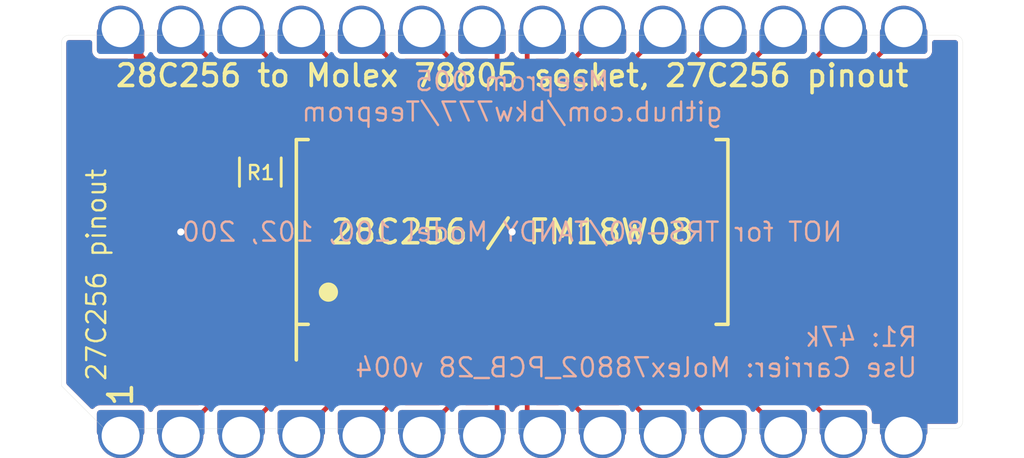
<source format=kicad_pcb>
(kicad_pcb (version 20221018) (generator pcbnew)
  (title_block (title "Meeprom") (date "2022-12-22") (rev "005") (company "Brian K. White b.kenyon.w@gmail.com") (comment 1 "CC-BY-SA") (comment 2 "github.com/bkw777/Teeprom") (comment 3 "28C256 to Molex 78805 socket with 27C256 pinout"))
  (layers (0 "F.Cu" signal "Top") (31 "B.Cu" signal "Bottom") (34 "B.Paste" user) (35 "F.Paste" user) (36 "B.SilkS" user "B.Silkscreen") (37 "F.SilkS" user "F.Silkscreen") (38 "B.Mask" user) (39 "F.Mask" user) (44 "Edge.Cuts" user))
  (net 0 "")
  (net 1 "/D3")
  (net 2 "/A10")
  (net 3 "/D4")
  (net 4 "/A7")
  (net 5 "/D5")
  (net 6 "/A6")
  (net 7 "/D6")
  (net 8 "/A5")
  (net 9 "/D7")
  (net 10 "/A4")
  (net 11 "/A11")
  (net 12 "/A3")
  (net 13 "/~{OE}")
  (net 14 "/A2")
  (net 15 "/A13")
  (net 16 "/A1")
  (net 17 "/A0")
  (net 18 "/A12")
  (net 19 "/D0")
  (net 20 "/A9")
  (net 21 "/D1")
  (net 22 "/A8")
  (net 23 "/D2")
  (net 24 "/~{CE}")
  (net 25 "/A14")
  (net 26 "/~{WE}")
  (net 27 "VCC")
  (net 28 "GND")
  (footprint "000_LOCAL:SOIC-28W" (layer "F.Cu") (at 147.2184 99.187 90)
    (fp_text reference "U1" hide)
    (fp_text value "28C256 / FM18W08" (at 0 0) (layer "F.SilkS"))
    (fp_line (start -5.4 -9.1) (end 3.9 -9.1) (stroke (width 0.15)) (layer "F.SilkS"))
    (fp_line (start -3.9 -9.1) (end -3.9 -8.6) (stroke (width 0.15)) (layer "F.SilkS"))
    (fp_line (start -3.9 9.1) (end -3.9 8.6) (stroke (width 0.15)) (layer "F.SilkS"))
    (fp_line (start -3.9 9.1) (end 3.9 9.1) (stroke (width 0.15)) (layer "F.SilkS"))
    (fp_line (start 3.9 -9.1) (end 3.9 -8.6) (stroke (width 0.15)) (layer "F.SilkS"))
    (fp_line (start 3.9 9.1) (end 3.9 8.6) (stroke (width 0.15)) (layer "F.SilkS"))
    (fp_circle (center -2.54 -7.747) (end -2.3368 -7.747) (stroke (width 0.4064)) (fill none) (layer "F.SilkS"))
    (pad "1" smd roundrect (at -4.7 -8.255 90) (size 1.5 0.6) (layers "F.Cu" "F.Paste" "F.Mask") (net 25 "/A14"))
    (pad "2" smd roundrect (at -4.7 -6.985 90) (size 1.5 0.6) (layers "F.Cu" "F.Paste" "F.Mask") (net 18 "/A12"))
    (pad "3" smd roundrect (at -4.7 -5.715 90) (size 1.5 0.6) (layers "F.Cu" "F.Paste" "F.Mask") (net 4 "/A7"))
    (pad "4" smd roundrect (at -4.7 -4.445 90) (size 1.5 0.6) (layers "F.Cu" "F.Paste" "F.Mask") (net 6 "/A6"))
    (pad "5" smd roundrect (at -4.7 -3.175 90) (size 1.5 0.6) (layers "F.Cu" "F.Paste" "F.Mask") (net 8 "/A5"))
    (pad "6" smd roundrect (at -4.7 -1.905 90) (size 1.5 0.6) (layers "F.Cu" "F.Paste" "F.Mask") (net 10 "/A4"))
    (pad "7" smd roundrect (at -4.7 -0.635 90) (size 1.5 0.6) (layers "F.Cu" "F.Paste" "F.Mask") (net 12 "/A3"))
    (pad "8" smd roundrect (at -4.7 0.635 90) (size 1.5 0.6) (layers "F.Cu" "F.Paste" "F.Mask") (net 14 "/A2"))
    (pad "9" smd roundrect (at -4.7 1.905 90) (size 1.5 0.6) (layers "F.Cu" "F.Paste" "F.Mask") (net 16 "/A1"))
    (pad "10" smd roundrect (at -4.7 3.175 90) (size 1.5 0.6) (layers "F.Cu" "F.Paste" "F.Mask") (net 17 "/A0"))
    (pad "11" smd roundrect (at -4.7 4.445 90) (size 1.5 0.6) (layers "F.Cu" "F.Paste" "F.Mask") (net 19 "/D0"))
    (pad "12" smd roundrect (at -4.7 5.715 90) (size 1.5 0.6) (layers "F.Cu" "F.Paste" "F.Mask") (net 21 "/D1"))
    (pad "13" smd roundrect (at -4.7 6.985 90) (size 1.5 0.6) (layers "F.Cu" "F.Paste" "F.Mask") (net 23 "/D2"))
    (pad "14" smd roundrect (at -4.7 8.255 90) (size 1.5 0.6) (layers "F.Cu" "F.Paste" "F.Mask") (net 28 "GND"))
    (pad "15" smd roundrect (at 4.7 8.255 90) (size 1.5 0.6) (layers "F.Cu" "F.Paste" "F.Mask") (net 1 "/D3"))
    (pad "16" smd roundrect (at 4.7 6.985 90) (size 1.5 0.6) (layers "F.Cu" "F.Paste" "F.Mask") (net 3 "/D4"))
    (pad "17" smd roundrect (at 4.7 5.715 90) (size 1.5 0.6) (layers "F.Cu" "F.Paste" "F.Mask") (net 5 "/D5"))
    (pad "18" smd roundrect (at 4.7 4.445 90) (size 1.5 0.6) (layers "F.Cu" "F.Paste" "F.Mask") (net 7 "/D6"))
    (pad "19" smd roundrect (at 4.7 3.175 90) (size 1.5 0.6) (layers "F.Cu" "F.Paste" "F.Mask") (net 9 "/D7"))
    (pad "20" smd roundrect (at 4.7 1.905 90) (size 1.5 0.6) (layers "F.Cu" "F.Paste" "F.Mask") (net 24 "/~{CE}"))
    (pad "21" smd roundrect (at 4.7 0.635 90) (size 1.5 0.6) (layers "F.Cu" "F.Paste" "F.Mask") (net 2 "/A10"))
    (pad "22" smd roundrect (at 4.7 -0.635 90) (size 1.5 0.6) (layers "F.Cu" "F.Paste" "F.Mask") (net 13 "/~{OE}"))
    (pad "23" smd roundrect (at 4.7 -1.905 90) (size 1.5 0.6) (layers "F.Cu" "F.Paste" "F.Mask") (net 11 "/A11"))
    (pad "24" smd roundrect (at 4.7 -3.175 90) (size 1.5 0.6) (layers "F.Cu" "F.Paste" "F.Mask") (net 20 "/A9"))
    (pad "25" smd roundrect (at 4.7 -4.445 90) (size 1.5 0.6) (layers "F.Cu" "F.Paste" "F.Mask") (net 22 "/A8"))
    (pad "26" smd roundrect (at 4.7 -5.715 90) (size 1.5 0.6) (layers "F.Cu" "F.Paste" "F.Mask") (net 15 "/A13"))
    (pad "27" smd roundrect (at 4.7 -6.985 90) (size 1.5 0.6) (layers "F.Cu" "F.Paste" "F.Mask") (net 26 "/~{WE}"))
    (pad "28" smd roundrect (at 4.7 -8.255 90) (size 1.5 0.6) (layers "F.Cu" "F.Paste" "F.Mask") (net 27 "VCC"))
  )
  (footprint "000_LOCAL:R_0805" (layer "F.Cu") (at 136.6012 96.6597 90)
    (fp_text reference "R1" (at -0.0273 0.0127 unlocked) (layer "F.SilkS") (effects (font (size 0.6 0.6) (thickness 0.1))))
    (fp_text value "47k")
    (fp_line (start -0.6 -0.88) (end 0.6 -0.88) (stroke (width 0.12)) (layer "F.SilkS"))
    (fp_line (start 0.6 0.88) (end -0.6 0.88) (stroke (width 0.12)) (layer "F.SilkS"))
    (pad "1" smd roundrect (at -0.95 0 90) (size 0.7 1.3) (layers "F.Cu" "F.Paste" "F.Mask") (roundrect_rratio 0.1) (net 26 "/~{WE}"))
    (pad "2" smd roundrect (at 0.95 0 90) (size 0.7 1.3) (layers "F.Cu" "F.Paste" "F.Mask") (roundrect_rratio 0.1) (net 27 "VCC"))
  )
  (footprint "000_LOCAL:Molex78802_PCB_28" (layer "F.Cu") (at 147.2184 99.187 90)
    (fp_text reference "J1" hide)
    (fp_text value "Molex 78805 socket with 27C256 pinout" hide)
    (fp_line (start -8.3 18.7) (end -8.3 -17.2) (stroke (width 0.01)) (layer "Edge.Cuts"))
    (fp_line (start -8 19) (end 8 19) (stroke (width 0.01)) (layer "Edge.Cuts"))
    (fp_line (start -6.5 -19) (end -8.3 -17.2) (stroke (width 0.01)) (layer "Edge.Cuts"))
    (fp_line (start 8 -19) (end -6.5 -19) (stroke (width 0.01)) (layer "Edge.Cuts"))
    (fp_line (start 8.3 18.7) (end 8.3 -18.7) (stroke (width 0.01)) (layer "Edge.Cuts"))
    (fp_arc (start -8 19) (mid -8.212132 18.912132) (end -8.3 18.7) (stroke (width 0.01)) (layer "Edge.Cuts"))
    (fp_arc (start 8 -19) (mid 8.212132 -18.912132) (end 8.3 -18.7) (stroke (width 0.01)) (layer "Edge.Cuts"))
    (fp_arc (start 8.3 18.7) (mid 8.212132 18.912132) (end 8 19) (stroke (width 0.01)) (layer "Edge.Cuts"))
    (pad "1" thru_hole circle (at -8.6002 -16.51 90) (size 1.9 1.9) (drill 1.6) (property pad_prop_castellated) (layers "*.Cu" "*.Mask"))
    (pad "1" smd roundrect (at -8.0645 -16.51 90) (size 1.1 2) (layers "F.Cu") (roundrect_rratio 0.1363636364))
    (pad "1" smd roundrect (at -8.0645 -16.51 90) (size 1.1 2) (layers "B.Cu") (roundrect_rratio 0.1363636364))
    (pad "2" thru_hole circle (at -8.6002 -13.97 90) (size 1.9 1.9) (drill 1.6) (property pad_prop_castellated) (layers "*.Cu" "*.Mask") (net 18 "/A12"))
    (pad "2" smd roundrect (at -8.0645 -13.97 90) (size 1.1 2) (layers "F.Cu") (roundrect_rratio 0.1363636364) (net 18 "/A12"))
    (pad "2" smd roundrect (at -8.0645 -13.97 90) (size 1.1 2) (layers "B.Cu") (roundrect_rratio 0.1363636364) (net 18 "/A12"))
    (pad "3" thru_hole circle (at -8.6002 -11.43 90) (size 1.9 1.9) (drill 1.6) (property pad_prop_castellated) (layers "*.Cu" "*.Mask") (net 4 "/A7"))
    (pad "3" smd roundrect (at -8.0645 -11.43 90) (size 1.1 2) (layers "F.Cu") (roundrect_rratio 0.1363636364) (net 4 "/A7"))
    (pad "3" smd roundrect (at -8.0645 -11.43 90) (size 1.1 2) (layers "B.Cu") (roundrect_rratio 0.1363636364) (net 4 "/A7"))
    (pad "4" thru_hole circle (at -8.6002 -8.89 90) (size 1.9 1.9) (drill 1.6) (property pad_prop_castellated) (layers "*.Cu" "*.Mask") (net 6 "/A6"))
    (pad "4" smd roundrect (at -8.0645 -8.89 90) (size 1.1 2) (layers "F.Cu") (roundrect_rratio 0.1363636364) (net 6 "/A6"))
    (pad "4" smd roundrect (at -8.0645 -8.89 90) (size 1.1 2) (layers "B.Cu") (roundrect_rratio 0.1363636364) (net 6 "/A6"))
    (pad "5" thru_hole circle (at -8.6002 -6.35 90) (size 1.9 1.9) (drill 1.6) (property pad_prop_castellated) (layers "*.Cu" "*.Mask") (net 8 "/A5"))
    (pad "5" smd roundrect (at -8.0645 -6.35 90) (size 1.1 2) (layers "F.Cu") (roundrect_rratio 0.1363636364) (net 8 "/A5"))
    (pad "5" smd roundrect (at -8.0645 -6.35 90) (size 1.1 2) (layers "B.Cu") (roundrect_rratio 0.1363636364) (net 8 "/A5"))
    (pad "6" thru_hole circle (at -8.6002 -3.81 90) (size 1.9 1.9) (drill 1.6) (property pad_prop_castellated) (layers "*.Cu" "*.Mask") (net 10 "/A4"))
    (pad "6" smd roundrect (at -8.0645 -3.81 90) (size 1.1 2) (layers "F.Cu") (roundrect_rratio 0.1363636364) (net 10 "/A4"))
    (pad "6" smd roundrect (at -8.0645 -3.81 90) (size 1.1 2) (layers "B.Cu") (roundrect_rratio 0.1363636364) (net 10 "/A4"))
    (pad "7" thru_hole circle (at -8.6002 -1.27 90) (size 1.9 1.9) (drill 1.6) (property pad_prop_castellated) (layers "*.Cu" "*.Mask") (net 12 "/A3"))
    (pad "7" smd roundrect (at -8.0645 -1.27 90) (size 1.1 2) (layers "F.Cu") (roundrect_rratio 0.1363636364) (net 12 "/A3"))
    (pad "7" smd roundrect (at -8.0645 -1.27 90) (size 1.1 2) (layers "B.Cu") (roundrect_rratio 0.1363636364) (net 12 "/A3"))
    (pad "8" thru_hole circle (at -8.6002 1.27 90) (size 1.9 1.9) (drill 1.6) (property pad_prop_castellated) (layers "*.Cu" "*.Mask") (net 14 "/A2"))
    (pad "8" smd roundrect (at -8.0645 1.27 90) (size 1.1 2) (layers "F.Cu") (roundrect_rratio 0.1363636364) (net 14 "/A2"))
    (pad "8" smd roundrect (at -8.0645 1.27 90) (size 1.1 2) (layers "B.Cu") (roundrect_rratio 0.1363636364) (net 14 "/A2"))
    (pad "9" thru_hole circle (at -8.6002 3.81 90) (size 1.9 1.9) (drill 1.6) (property pad_prop_castellated) (layers "*.Cu" "*.Mask") (net 16 "/A1"))
    (pad "9" smd roundrect (at -8.0645 3.81 90) (size 1.1 2) (layers "F.Cu") (roundrect_rratio 0.1363636364) (net 16 "/A1"))
    (pad "9" smd roundrect (at -8.0645 3.81 90) (size 1.1 2) (layers "B.Cu") (roundrect_rratio 0.1363636364) (net 16 "/A1"))
    (pad "10" thru_hole circle (at -8.6002 6.35 90) (size 1.9 1.9) (drill 1.6) (property pad_prop_castellated) (layers "*.Cu" "*.Mask") (net 17 "/A0"))
    (pad "10" smd roundrect (at -8.0645 6.35 90) (size 1.1 2) (layers "F.Cu") (roundrect_rratio 0.1363636364) (net 17 "/A0"))
    (pad "10" smd roundrect (at -8.0645 6.35 90) (size 1.1 2) (layers "B.Cu") (roundrect_rratio 0.1363636364) (net 17 "/A0"))
    (pad "11" thru_hole circle (at -8.6002 8.89 90) (size 1.9 1.9) (drill 1.6) (property pad_prop_castellated) (layers "*.Cu" "*.Mask") (net 19 "/D0"))
    (pad "11" smd roundrect (at -8.0645 8.89 90) (size 1.1 2) (layers "F.Cu") (roundrect_rratio 0.1363636364) (net 19 "/D0"))
    (pad "11" smd roundrect (at -8.0645 8.89 90) (size 1.1 2) (layers "B.Cu") (roundrect_rratio 0.1363636364) (net 19 "/D0"))
    (pad "12" thru_hole circle (at -8.6002 11.43 90) (size 1.9 1.9) (drill 1.6) (property pad_prop_castellated) (layers "*.Cu" "*.Mask") (net 21 "/D1"))
    (pad "12" smd roundrect (at -8.0645 11.43 90) (size 1.1 2) (layers "F.Cu") (roundrect_rratio 0.1363636364) (net 21 "/D1"))
    (pad "12" smd roundrect (at -8.0645 11.43 90) (size 1.1 2) (layers "B.Cu") (roundrect_rratio 0.1363636364) (net 21 "/D1"))
    (pad "13" thru_hole circle (at -8.6002 13.97 90) (size 1.9 1.9) (drill 1.6) (property pad_prop_castellated) (layers "*.Cu" "*.Mask") (net 23 "/D2"))
    (pad "13" smd roundrect (at -8.0645 13.97 90) (size 1.1 2) (layers "F.Cu") (roundrect_rratio 0.1363636364) (net 23 "/D2"))
    (pad "13" smd roundrect (at -8.0645 13.97 90) (size 1.1 2) (layers "B.Cu") (roundrect_rratio 0.1363636364) (net 23 "/D2"))
    (pad "14" thru_hole circle (at -8.6002 16.51 90) (size 1.9 1.9) (drill 1.6) (property pad_prop_castellated) (layers "*.Cu" "*.Mask") (net 28 "GND"))
    (pad "14" smd roundrect (at -8.0645 16.51 90) (size 1.1 2) (layers "F.Cu") (roundrect_rratio 0.1363636364) (net 28 "GND"))
    (pad "14" smd roundrect (at -8.0645 16.51 90) (size 1.1 2) (layers "B.Cu") (roundrect_rratio 0.1363636364) (net 28 "GND"))
    (pad "15" smd roundrect (at 8.0645 16.51 90) (size 1.1 2) (layers "F.Cu") (roundrect_rratio 0.1363636364) (net 1 "/D3"))
    (pad "15" smd roundrect (at 8.0645 16.51 90) (size 1.1 2) (layers "B.Cu") (roundrect_rratio 0.1363636364) (net 1 "/D3"))
    (pad "15" thru_hole circle (at 8.6002 16.51 90) (size 1.9 1.9) (drill 1.6) (property pad_prop_castellated) (layers "*.Cu" "*.Mask") (net 1 "/D3"))
    (pad "16" smd roundrect (at 8.0645 13.97 90) (size 1.1 2) (layers "F.Cu") (roundrect_rratio 0.1363636364) (net 3 "/D4"))
    (pad "16" smd roundrect (at 8.0645 13.97 90) (size 1.1 2) (layers "B.Cu") (roundrect_rratio 0.1363636364) (net 3 "/D4"))
    (pad "16" thru_hole circle (at 8.6002 13.97 90) (size 1.9 1.9) (drill 1.6) (property pad_prop_castellated) (layers "*.Cu" "*.Mask") (net 3 "/D4"))
    (pad "17" smd roundrect (at 8.0645 11.43 90) (size 1.1 2) (layers "F.Cu") (roundrect_rratio 0.1363636364) (net 5 "/D5"))
    (pad "17" smd roundrect (at 8.0645 11.43 90) (size 1.1 2) (layers "B.Cu") (roundrect_rratio 0.1363636364) (net 5 "/D5"))
    (pad "17" thru_hole circle (at 8.6002 11.43 90) (size 1.9 1.9) (drill 1.6) (property pad_prop_castellated) (layers "*.Cu" "*.Mask") (net 5 "/D5"))
    (pad "18" smd roundrect (at 8.0645 8.89 90) (size 1.1 2) (layers "F.Cu") (roundrect_rratio 0.1363636364) (net 7 "/D6"))
    (pad "18" smd roundrect (at 8.0645 8.89 90) (size 1.1 2) (layers "B.Cu") (roundrect_rratio 0.1363636364) (net 7 "/D6"))
    (pad "18" thru_hole circle (at 8.6002 8.89 90) (size 1.9 1.9) (drill 1.6) (property pad_prop_castellated) (layers "*.Cu" "*.Mask") (net 7 "/D6"))
    (pad "19" smd roundrect (at 8.0645 6.35 90) (size 1.1 2) (layers "F.Cu") (roundrect_rratio 0.1363636364) (net 9 "/D7"))
    (pad "19" smd roundrect (at 8.0645 6.35 90) (size 1.1 2) (layers "B.Cu") (roundrect_rratio 0.1363636364) (net 9 "/D7"))
    (pad "19" thru_hole circle (at 8.6002 6.35 90) (size 1.9 1.9) (drill 1.6) (property pad_prop_castellated) (layers "*.Cu" "*.Mask") (net 9 "/D7"))
    (pad "20" smd roundrect (at 8.0645 3.81 90) (size 1.1 2) (layers "F.Cu") (roundrect_rratio 0.1363636364) (net 24 "/~{CE}"))
    (pad "20" smd roundrect (at 8.0645 3.81 90) (size 1.1 2) (layers "B.Cu") (roundrect_rratio 0.1363636364) (net 24 "/~{CE}"))
    (pad "20" thru_hole circle (at 8.6002 3.81 90) (size 1.9 1.9) (drill 1.6) (property pad_prop_castellated) (layers "*.Cu" "*.Mask") (net 24 "/~{CE}"))
    (pad "21" smd roundrect (at 8.0645 1.27 90) (size 1.1 2) (layers "F.Cu") (roundrect_rratio 0.1363636364) (net 2 "/A10"))
    (pad "21" smd roundrect (at 8.0645 1.27 90) (size 1.1 2) (layers "B.Cu") (roundrect_rratio 0.1363636364) (net 2 "/A10"))
    (pad "21" thru_hole circle (at 8.6002 1.27 90) (size 1.9 1.9) (drill 1.6) (property pad_prop_castellated) (layers "*.Cu" "*.Mask") (net 2 "/A10"))
    (pad "22" smd roundrect (at 8.0645 -1.27 90) (size 1.1 2) (layers "F.Cu") (roundrect_rratio 0.1363636364) (net 13 "/~{OE}"))
    (pad "22" smd roundrect (at 8.0645 -1.27 90) (size 1.1 2) (layers "B.Cu") (roundrect_rratio 0.1363636364) (net 13 "/~{OE}"))
    (pad "22" thru_hole circle (at 8.6002 -1.27 90) (size 1.9 1.9) (drill 1.6) (property pad_prop_castellated) (layers "*.Cu" "*.Mask") (net 13 "/~{OE}"))
    (pad "23" smd roundrect (at 8.0645 -3.81 90) (size 1.1 2) (layers "F.Cu") (roundrect_rratio 0.1363636364) (net 11 "/A11"))
    (pad "23" smd roundrect (at 8.0645 -3.81 90) (size 1.1 2) (layers "B.Cu") (roundrect_rratio 0.1363636364) (net 11 "/A11"))
    (pad "23" thru_hole circle (at 8.6002 -3.81 90) (size 1.9 1.9) (drill 1.6) (property pad_prop_castellated) (layers "*.Cu" "*.Mask") (net 11 "/A11"))
    (pad "24" smd roundrect (at 8.0645 -6.35 90) (size 1.1 2) (layers "F.Cu") (roundrect_rratio 0.1363636364) (net 20 "/A9"))
    (pad "24" smd roundrect (at 8.0645 -6.35 90) (size 1.1 2) (layers "B.Cu") (roundrect_rratio 0.1363636364) (net 20 "/A9"))
    (pad "24" thru_hole circle (at 8.6002 -6.35 90) (size 1.9 1.9) (drill 1.6) (property pad_prop_castellated) (layers "*.Cu" "*.Mask") (net 20 "/A9"))
    (pad "25" smd roundrect (at 8.0645 -8.89 90) (size 1.1 2) (layers "F.Cu") (roundrect_rratio 0.1363636364) (net 22 "/A8"))
    (pad "25" smd roundrect (at 8.0645 -8.89 90) (size 1.1 2) (layers "B.Cu") (roundrect_rratio 0.1363636364) (net 22 "/A8"))
    (pad "25" thru_hole circle (at 8.6002 -8.89 90) (size 1.9 1.9) (drill 1.6) (property pad_prop_castellated) (layers "*.Cu" "*.Mask") (net 22 "/A8"))
    (pad "26" smd roundrect (at 8.0645 -11.43 90) (size 1.1 2) (layers "F.Cu") (roundrect_rratio 0.1363636364) (net 15 "/A13"))
    (pad "26" smd roundrect (at 8.0645 -11.43 90) (size 1.1 2) (layers "B.Cu") (roundrect_rratio 0.1363636364) (net 15 "/A13"))
    (pad "26" thru_hole circle (at 8.6002 -11.43 90) (size 1.9 1.9) (drill 1.6) (property pad_prop_castellated) (layers "*.Cu" "*.Mask") (net 15 "/A13"))
    (pad "27" smd roundrect (at 8.0645 -13.97 90) (size 1.1 2) (layers "F.Cu") (roundrect_rratio 0.1363636364) (net 25 "/A14"))
    (pad "27" smd roundrect (at 8.0645 -13.97 90) (size 1.1 2) (layers "B.Cu") (roundrect_rratio 0.1363636364) (net 25 "/A14"))
    (pad "27" thru_hole circle (at 8.6002 -13.97 90) (size 1.9 1.9) (drill 1.6) (property pad_prop_castellated) (layers "*.Cu" "*.Mask") (net 25 "/A14"))
    (pad "28" smd roundrect (at 8.0645 -16.51 90) (size 1.1 2) (layers "F.Cu") (roundrect_rratio 0.1363636364) (net 27 "VCC"))
    (pad "28" smd roundrect (at 8.0645 -16.51 90) (size 1.1 2) (layers "B.Cu") (roundrect_rratio 0.1363636364) (net 27 "VCC"))
    (pad "28" thru_hole circle (at 8.6002 -16.51 90) (size 1.9 1.9) (drill 1.6) (property pad_prop_castellated) (layers "*.Cu" "*.Mask") (net 27 "VCC"))
  )
  (gr_text "R1: ${00000000-0000-0000-0000-00005d22c129:VALUE}\nUse Carrier: Molex78802_PCB_28 v004" (at 164.3634 104.267) (layer "B.SilkS") (effects (font (size 0.8 0.8) (thickness 0.1)) (justify left mirror)))
  (gr_text "NOT for TRS-80/TANDY Model 100, 102, 200" (at 147.2184 99.187) (layer "B.SilkS") (effects (font (size 0.8 0.8) (thickness 0.1)) (justify mirror)))
  (gr_text "${TITLE} ${REVISION}\n${COMMENT2}" (at 147.2184 93.472) (layer "B.SilkS") (effects (font (size 0.8 0.8) (thickness 0.1)) (justify mirror)))
  (gr_text "1" (at 130.7084 106.045 90) (layer "F.SilkS") (effects (font (size 1 1))))
  (gr_text "28C256 to Molex 78805 socket, 27C256 pinout" (at 147.2184 92.587) (layer "F.SilkS") (effects (font (size 0.9144 0.9144) (thickness 0.1524))))
  (gr_text "27C256 pinout" (at 129.6924 105.537 90) (layer "F.SilkS") (effects (font (size 0.8 0.8) (thickness 0.1)) (justify left)))
  (segment (start 163.7284 90.5868) (end 163.7284 90.805) (width 0.2032) (layer "F.Cu") (net 1))
  (segment (start 163.6004 90.805) (end 159.9184 94.487) (width 0.2) (layer "F.Cu") (net 1))
  (segment (start 163.7284 90.805) (end 163.6004 90.805) (width 0.2) (layer "F.Cu") (net 1))
  (segment (start 159.9184 94.487) (end 155.4734 94.487) (width 0.2) (layer "F.Cu") (net 1))
  (segment (start 147.8534 91.222) (end 148.4884 90.587) (width 0.2032) (layer "F.Cu") (net 2))
  (segment (start 147.8534 94.487) (end 147.8534 91.222) (width 0.2) (layer "F.Cu") (net 2))
  (segment (start 148.4884 90.587) (end 148.4884 90.5868) (width 0.2032) (layer "F.Cu") (net 2))
  (segment (start 154.2034 94.0435) (end 155.0099 93.237) (width 0.2) (layer "F.Cu") (net 3))
  (segment (start 154.2034 94.487) (end 154.2034 94.0435) (width 0.2) (layer "F.Cu") (net 3))
  (segment (start 158.6184 93.237) (end 161.1884 90.667) (width 0.2) (layer "F.Cu") (net 3))
  (segment (start 155.0099 93.237) (end 158.6184 93.237) (width 0.2) (layer "F.Cu") (net 3))
  (segment (start 161.1884 90.667) (end 161.1884 90.5868) (width 0.2) (layer "F.Cu") (net 3))
  (segment (start 140.1469 105.687) (end 141.5034 104.3305) (width 0.2) (layer "F.Cu") (net 4))
  (segment (start 135.7884 107.717) (end 137.8184 105.687) (width 0.2) (layer "F.Cu") (net 4))
  (segment (start 135.7884 107.7872) (end 135.7884 107.717) (width 0.2) (layer "F.Cu") (net 4))
  (segment (start 137.8184 105.687) (end 140.1469 105.687) (width 0.2) (layer "F.Cu") (net 4))
  (segment (start 141.5034 104.3305) (end 141.5034 103.887) (width 0.2) (layer "F.Cu") (net 4))
  (segment (start 158.6484 90.5868) (end 158.6484 90.657) (width 0.2032) (layer "F.Cu") (net 5))
  (segment (start 154.2899 92.687) (end 152.9334 94.0435) (width 0.2032) (layer "F.Cu") (net 5))
  (segment (start 152.9334 94.0435) (end 152.9334 94.487) (width 0.2032) (layer "F.Cu") (net 5))
  (segment (start 156.6184 92.687) (end 154.2899 92.687) (width 0.2032) (layer "F.Cu") (net 5))
  (segment (start 158.6484 90.657) (end 156.6184 92.687) (width 0.2032) (layer "F.Cu") (net 5))
  (segment (start 142.7734 104.3305) (end 140.8669 106.237) (width 0.2) (layer "F.Cu") (net 6))
  (segment (start 140.8669 106.237) (end 139.7684 106.237) (width 0.2) (layer "F.Cu") (net 6))
  (segment (start 139.7684 106.237) (end 138.3284 107.677) (width 0.2) (layer "F.Cu") (net 6))
  (segment (start 142.7734 103.887) (end 142.7734 104.3305) (width 0.2) (layer "F.Cu") (net 6))
  (segment (start 138.3284 107.677) (end 138.3284 107.7872) (width 0.2) (layer "F.Cu") (net 6))
  (segment (start 153.5699 92.137) (end 154.6474 92.137) (width 0.2) (layer "F.Cu") (net 7))
  (segment (start 154.6474 92.137) (end 156.1084 90.676) (width 0.2) (layer "F.Cu") (net 7))
  (segment (start 151.6634 94.0435) (end 153.5699 92.137) (width 0.2) (layer "F.Cu") (net 7))
  (segment (start 151.6634 94.487) (end 151.6634 94.0435) (width 0.2) (layer "F.Cu") (net 7))
  (segment (start 156.1084 90.676) (end 156.1084 90.5868) (width 0.2) (layer "F.Cu") (net 7))
  (segment (start 140.8684 107.687) (end 143.8684 104.687) (width 0.2) (layer "F.Cu") (net 8))
  (segment (start 140.8684 107.7872) (end 140.8684 107.687) (width 0.2) (layer "F.Cu") (net 8))
  (segment (start 143.8684 104.687) (end 143.8684 104.062) (width 0.2) (layer "F.Cu") (net 8))
  (segment (start 143.8684 104.062) (end 144.0434 103.887) (width 0.2) (layer "F.Cu") (net 8))
  (segment (start 150.5684 93.687) (end 150.5684 94.312) (width 0.2) (layer "F.Cu") (net 9))
  (segment (start 153.5684 90.805) (end 153.4504 90.805) (width 0.2) (layer "F.Cu") (net 9))
  (segment (start 153.4504 90.805) (end 150.5684 93.687) (width 0.2) (layer "F.Cu") (net 9))
  (segment (start 150.5684 94.312) (end 150.3934 94.487) (width 0.2) (layer "F.Cu") (net 9))
  (segment (start 153.5684 90.5868) (end 153.5684 90.805) (width 0.2032) (layer "F.Cu") (net 9))
  (segment (start 143.4084 107.697) (end 145.3134 105.792) (width 0.2) (layer "F.Cu") (net 10))
  (segment (start 145.3134 105.792) (end 145.3134 103.887) (width 0.2) (layer "F.Cu") (net 10))
  (segment (start 143.4084 107.7872) (end 143.4084 107.697) (width 0.2) (layer "F.Cu") (net 10))
  (segment (start 145.3134 94.487) (end 145.3134 92.582) (width 0.2) (layer "F.Cu") (net 11))
  (segment (start 145.3134 92.582) (end 143.511 90.7796) (width 0.2) (layer "F.Cu") (net 11))
  (segment (start 143.511 90.7796) (end 143.4084 90.7796) (width 0.2) (layer "F.Cu") (net 11))
  (segment (start 143.4084 90.7796) (end 143.4084 90.5868) (width 0.2032) (layer "F.Cu") (net 11))
  (segment (start 145.9484 107.7872) (end 145.9484 107.2515) (width 0.2032) (layer "F.Cu") (net 12))
  (segment (start 146.5834 107.1522) (end 146.5834 103.887) (width 0.2) (layer "F.Cu") (net 12))
  (segment (start 145.9484 107.7872) (end 146.5834 107.1522) (width 0.2) (layer "F.Cu") (net 12))
  (segment (start 145.9484 90.587) (end 145.9484 90.5868) (width 0.2032) (layer "F.Cu") (net 13))
  (segment (start 146.5834 94.487) (end 146.5834 91.222) (width 0.2) (layer "F.Cu") (net 13))
  (segment (start 146.5834 91.222) (end 145.9484 90.587) (width 0.2032) (layer "F.Cu") (net 13))
  (segment (start 147.8534 107.1522) (end 147.8534 103.887) (width 0.2) (layer "F.Cu") (net 14))
  (segment (start 148.4884 107.7872) (end 147.8534 107.1522) (width 0.2) (layer "F.Cu") (net 14))
  (segment (start 141.5034 93.2815) (end 140.9089 92.687) (width 0.2) (layer "F.Cu") (net 15))
  (segment (start 141.5034 94.487) (end 141.5034 93.2815) (width 0.2) (layer "F.Cu") (net 15))
  (segment (start 140.9089 92.687) (end 137.7944 92.687) (width 0.2) (layer "F.Cu") (net 15))
  (segment (start 137.7944 92.687) (end 135.7884 90.681) (width 0.2) (layer "F.Cu") (net 15))
  (segment (start 135.7884 90.681) (end 135.7884 90.5868) (width 0.2) (layer "F.Cu") (net 15))
  (segment (start 151.0284 107.7872) (end 151.0284 107.569) (width 0.2032) (layer "F.Cu") (net 16))
  (segment (start 149.1234 105.792) (end 149.1234 103.887) (width 0.2) (layer "F.Cu") (net 16))
  (segment (start 151.0284 107.569) (end 150.9004 107.569) (width 0.2) (layer "F.Cu") (net 16))
  (segment (start 150.9004 107.569) (end 149.1234 105.792) (width 0.2) (layer "F.Cu") (net 16))
  (segment (start 150.5684 104.687) (end 150.5684 104.062) (width 0.2) (layer "F.Cu") (net 17))
  (segment (start 153.5684 107.7872) (end 153.5684 107.5309) (width 0.2032) (layer "F.Cu") (net 17))
  (segment (start 150.5684 104.062) (end 150.3934 103.887) (width 0.2) (layer "F.Cu") (net 17))
  (segment (start 153.4123 107.5309) (end 150.5684 104.687) (width 0.2) (layer "F.Cu") (net 17))
  (segment (start 153.5684 107.5309) (end 153.4123 107.5309) (width 0.2) (layer "F.Cu") (net 17))
  (segment (start 140.2334 103.887) (end 140.2334 104.3305) (width 0.2) (layer "F.Cu") (net 18))
  (segment (start 140.2334 104.3305) (end 139.4269 105.137) (width 0.2) (layer "F.Cu") (net 18))
  (segment (start 135.8184 105.137) (end 133.2484 107.707) (width 0.2) (layer "F.Cu") (net 18))
  (segment (start 133.2484 107.707) (end 133.2484 107.7872) (width 0.2) (layer "F.Cu") (net 18))
  (segment (start 139.4269 105.137) (end 135.8184 105.137) (width 0.2) (layer "F.Cu") (net 18))
  (segment (start 151.6634 104.3305) (end 153.5699 106.237) (width 0.2) (layer "F.Cu") (net 19))
  (segment (start 151.6634 103.887) (end 151.6634 104.3305) (width 0.2) (layer "F.Cu") (net 19))
  (segment (start 156.1084 107.677) (end 156.1084 107.7872) (width 0.2) (layer "F.Cu") (net 19))
  (segment (start 154.6684 106.237) (end 156.1084 107.677) (width 0.2) (layer "F.Cu") (net 19))
  (segment (start 153.5699 106.237) (end 154.6684 106.237) (width 0.2) (layer "F.Cu") (net 19))
  (segment (start 144.0434 94.487) (end 143.8684 94.312) (width 0.2) (layer "F.Cu") (net 20))
  (segment (start 140.8684 90.687) (end 140.8684 90.5868) (width 0.2) (layer "F.Cu") (net 20))
  (segment (start 143.8684 93.687) (end 140.8684 90.687) (width 0.2) (layer "F.Cu") (net 20))
  (segment (start 143.8684 94.312) (end 143.8684 93.687) (width 0.2) (layer "F.Cu") (net 20))
  (segment (start 158.5131 107.5817) (end 156.6184 105.687) (width 0.2) (layer "F.Cu") (net 21))
  (segment (start 158.6484 107.7872) (end 158.6484 107.5817) (width 0.2032) (layer "F.Cu") (net 21))
  (segment (start 158.6484 107.5817) (end 158.5131 107.5817) (width 0.2) (layer "F.Cu") (net 21))
  (segment (start 154.2899 105.687) (end 152.9334 104.3305) (width 0.2) (layer "F.Cu") (net 21))
  (segment (start 156.6184 105.687) (end 154.2899 105.687) (width 0.2) (layer "F.Cu") (net 21))
  (segment (start 152.9334 104.3305) (end 152.9334 103.887) (width 0.2) (layer "F.Cu") (net 21))
  (segment (start 139.79575 92.137) (end 141.1844 92.137) (width 0.2) (layer "F.Cu") (net 22))
  (segment (start 138.45105 90.7923) (end 139.79575 92.137) (width 0.2) (layer "F.Cu") (net 22))
  (segment (start 142.6184 94.332) (end 142.7734 94.487) (width 0.2) (layer "F.Cu") (net 22))
  (segment (start 142.6184 93.571) (end 142.6184 94.332) (width 0.2) (layer "F.Cu") (net 22))
  (segment (start 138.3284 90.5868) (end 138.3284 90.7923) (width 0.2032) (layer "F.Cu") (net 22))
  (segment (start 141.1844 92.137) (end 142.6184 93.571) (width 0.2) (layer "F.Cu") (net 22))
  (segment (start 138.3284 90.7923) (end 138.45105 90.7923) (width 0.2) (layer "F.Cu") (net 22))
  (segment (start 154.2034 103.887) (end 154.2034 104.322) (width 0.2) (layer "F.Cu") (net 23))
  (segment (start 161.1884 107.707) (end 161.1884 107.7872) (width 0.2) (layer "F.Cu") (net 23))
  (segment (start 155.0184 105.137) (end 158.6184 105.137) (width 0.2) (layer "F.Cu") (net 23))
  (segment (start 154.2034 104.322) (end 155.0184 105.137) (width 0.2) (layer "F.Cu") (net 23))
  (segment (start 158.6184 105.137) (end 161.1884 107.707) (width 0.2) (layer "F.Cu") (net 23))
  (segment (start 150.9004 90.805) (end 151.0284 90.805) (width 0.2) (layer "F.Cu") (net 24))
  (segment (start 151.0284 90.805) (end 151.0284 90.5868) (width 0.2032) (layer "F.Cu") (net 24))
  (segment (start 149.1234 94.487) (end 149.1234 92.582) (width 0.2) (layer "F.Cu") (net 24))
  (segment (start 149.1234 92.582) (end 150.9004 90.805) (width 0.2) (layer "F.Cu") (net 24))
  (segment (start 133.2484 90.667) (end 133.2484 90.5868) (width 0.2) (layer "F.Cu") (net 25))
  (segment (start 138.9634 103.887) (end 138.9634 100.1395) (width 0.2) (layer "F.Cu") (net 25))
  (segment (start 140.6184 93.237) (end 135.8184 93.237) (width 0.2) (layer "F.Cu") (net 25))
  (segment (start 140.8684 98.2345) (end 140.8684 93.487) (width 0.2) (layer "F.Cu") (net 25))
  (segment (start 140.8684 93.487) (end 140.6184 93.237) (width 0.2) (layer "F.Cu") (net 25))
  (segment (start 138.9634 100.1395) (end 140.8684 98.2345) (width 0.2) (layer "F.Cu") (net 25))
  (segment (start 135.8184 93.237) (end 133.2484 90.667) (width 0.2) (layer "F.Cu") (net 25))
  (segment (start 137.5562 97.6097) (end 136.6012 97.6097) (width 0.2) (layer "F.Cu") (net 26))
  (segment (start 140.2334 94.487) (end 140.2334 94.9325) (width 0.2) (layer "F.Cu") (net 26))
  (segment (start 140.2334 94.9325) (end 137.5562 97.6097) (width 0.2) (layer "F.Cu") (net 26))
  (segment (start 134.1684 94.487) (end 131.4684 91.787) (width 0.4064) (layer "F.Cu") (net 27))
  (segment (start 136.6002 94.487) (end 136.6002 95.7087) (width 0.2) (layer "F.Cu") (net 27))
  (segment (start 131.4684 91.787) (end 131.4684 91.3468) (width 0.4064) (layer "F.Cu") (net 27))
  (segment (start 136.6002 94.487) (end 134.1684 94.487) (width 0.4064) (layer "F.Cu") (net 27))
  (segment (start 136.6022 95.7087) (end 136.6012 95.7097) (width 0.2032) (layer "F.Cu") (net 27))
  (segment (start 131.4684 91.3468) (end 130.7084 90.5868) (width 0.4064) (layer "F.Cu") (net 27))
  (segment (start 138.9634 94.487) (end 136.6002 94.487) (width 0.4064) (layer "F.Cu") (net 27))
  (segment (start 136.6002 95.7087) (end 136.6012 95.7097) (width 0.2032) (layer "F.Cu") (net 27))
  (via (at 147.2184 99.187) (size 0.5) (drill 0.3) (layers "F.Cu" "B.Cu") (net 28))
  (via (at 133.2484 99.187) (size 0.5) (drill 0.3) (layers "F.Cu" "B.Cu") (net 28))
  (zone (net 28) (net_name "GND") (layer "F.Cu") (connect_pads yes (clearance 0.2)) (min_thickness 0.2) (fill yes (thermal_gap 0.2) (thermal_bridge_width 0.3) (smoothing fillet) (radius 0.1))
    (polygon (pts (xy 166.2184 90.887) (xy 166.2184 107.487) (xy 128.2184 107.487) (xy 128.2184 90.887)))
  )
  (zone (net 28) (net_name "GND") (layer "B.Cu") (connect_pads yes (clearance 0.2)) (min_thickness 0.2) (fill yes (thermal_gap 0.2) (thermal_bridge_width 0.3) (smoothing fillet) (radius 0.1))
    (polygon (pts (xy 166.2184 90.887) (xy 166.2184 107.487) (xy 128.2184 107.487) (xy 128.2184 90.887)))
  )
)
</source>
